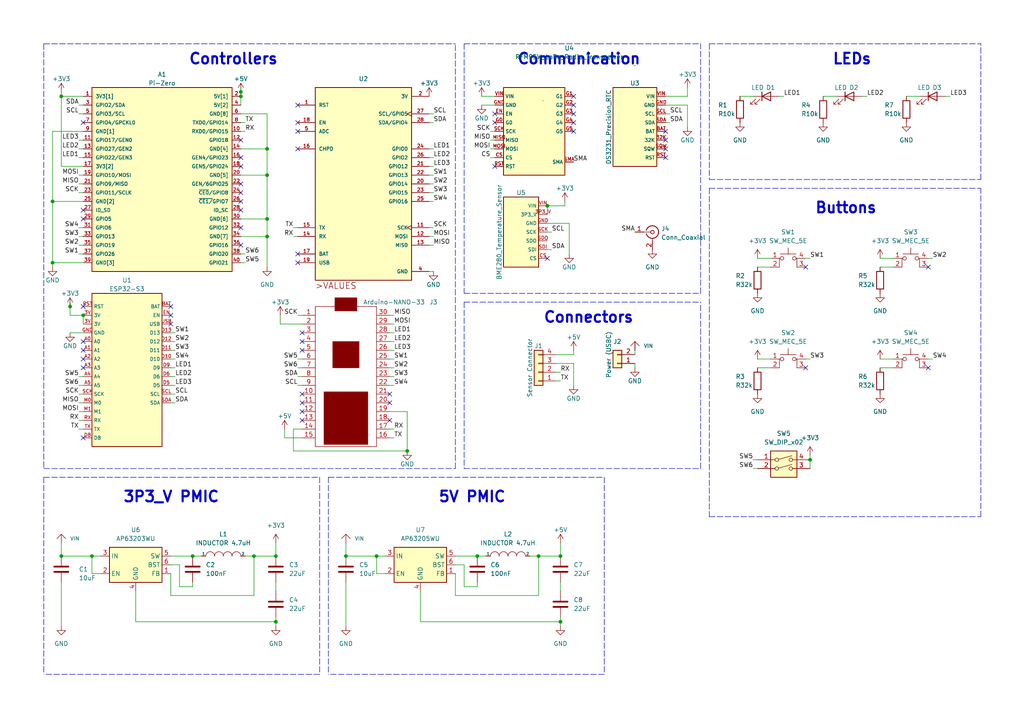
<source format=kicad_sch>
(kicad_sch (version 20211123) (generator eeschema)
  (paper "A4")
  (lib_symbols
    (symbol "Adafruit Feather ESP8266:2821" (pin_names (offset 1.016))
      (property "Reference" "U" (at -15.24 27.9654 0))
      (symbol "2821_0_0"
        (text ">VALUES" (at -15.2654 -30.5562 0) (effects (font (size 1.778 1.778)) (justify left bottom)))
        (pin input line (at -20.32 22.86 0) (length 5.08) (name "RST") (number "1"))
        (pin bidirectional clock (at 17.78 -12.7 180) (length 5.08) (name "SCK") (number "11"))
        (pin output line (at 17.78 -15.24 180) (length 5.08) (name "MOSI") (number "12"))
        (pin input line (at 17.78 -17.78 180) (length 5.08) (name "MIS0") (number "13"))
        (pin input line (at -20.32 -15.24 0) (length 5.08) (name "RX") (number "14"))
        (pin output line (at -20.32 -12.7 0) (length 5.08) (name "TX") (number "15"))
        (pin bidirectional line (at -20.32 10.16 0) (length 5.08) (name "CHPD") (number "16"))
        (pin bidirectional line (at -20.32 -20.32 0) (length 5.08) (name "BAT") (number "17"))
        (pin input line (at -20.32 17.78 0) (length 5.08) (name "EN") (number "18"))
        (pin bidirectional line (at -20.32 -22.86 0) (length 5.08) (name "USB") (number "19"))
        (pin power_in line (at 17.78 25.4 180) (length 5.08) (name "3V") (number "2"))
        (pin bidirectional line (at 17.78 0 180) (length 5.08) (name "GPIO14") (number "20"))
        (pin bidirectional line (at 17.78 5.08 180) (length 5.08) (name "GPIO12") (number "21"))
        (pin bidirectional line (at 17.78 2.54 180) (length 5.08) (name "GPIO13") (number "22"))
        (pin bidirectional line (at 17.78 -2.54 180) (length 5.08) (name "GPIO15") (number "23"))
        (pin bidirectional line (at 17.78 10.16 180) (length 5.08) (name "GPIO0") (number "24"))
        (pin bidirectional line (at 17.78 -5.08 180) (length 5.08) (name "GPIO16") (number "25"))
        (pin bidirectional line (at 17.78 7.62 180) (length 5.08) (name "GPIO2") (number "26"))
        (pin bidirectional clock (at 17.78 20.32 180) (length 5.08) (name "SCL/GPIO5") (number "27"))
        (pin bidirectional line (at 17.78 17.78 180) (length 5.08) (name "SDA/GPIO4") (number "28"))
        (pin power_in line (at 17.78 -25.4 180) (length 5.08) (name "GND") (number "4"))
        (pin bidirectional line (at -20.32 15.24 0) (length 5.08) (name "ADC") (number "5"))
      )
    )
    (symbol "Adafruit_ESP32:ESP32-S3"
      (property "Reference" "U" (at 10.16 1.27 0))
      (property "Value" "ESP32-S3" (at 10.16 5.08 0))
      (symbol "ESP32-S3_1_1"
        (pin input line (at -2.54 -6.35 0) (length 2.54) (name "3V") (number "3V"))
        (pin input line (at -2.54 -3.81 0) (length 2.54) (name "3V") (number "3V"))
        (pin input line (at -2.54 -11.43 0) (length 2.54) (name "A0") (number "A0"))
        (pin input line (at -2.54 -13.97 0) (length 2.54) (name "A1") (number "A1"))
        (pin input line (at -2.54 -16.51 0) (length 2.54) (name "A2") (number "A2"))
        (pin input line (at -2.54 -19.05 0) (length 2.54) (name "A3") (number "A3"))
        (pin input line (at -2.54 -21.59 0) (length 2.54) (name "A4") (number "A4"))
        (pin input line (at -2.54 -24.13 0) (length 2.54) (name "A5") (number "A5"))
        (pin input line (at 22.86 -1.27 180) (length 2.54) (name "BAT") (number "BAT"))
        (pin input line (at 22.86 -16.51 180) (length 2.54) (name "D10") (number "D10"))
        (pin input line (at 22.86 -13.97 180) (length 2.54) (name "D11") (number "D11"))
        (pin input line (at 22.86 -11.43 180) (length 2.54) (name "D12") (number "D12"))
        (pin input line (at 22.86 -8.89 180) (length 2.54) (name "D13") (number "D13"))
        (pin input line (at 22.86 -24.13 180) (length 2.54) (name "D5") (number "D5"))
        (pin input line (at 22.86 -21.59 180) (length 2.54) (name "D6") (number "D6"))
        (pin input line (at 22.86 -19.05 180) (length 2.54) (name "D9") (number "D9"))
        (pin input line (at -2.54 -39.37 0) (length 2.54) (name "DB") (number "DB"))
        (pin input line (at 22.86 -3.81 180) (length 2.54) (name "EN") (number "EN"))
        (pin input line (at -2.54 -8.89 0) (length 2.54) (name "GND") (number "GND"))
        (pin input line (at -2.54 -29.21 0) (length 2.54) (name "M0") (number "M0"))
        (pin input line (at -2.54 -31.75 0) (length 2.54) (name "M1") (number "M1"))
        (pin input line (at -2.54 -1.27 0) (length 2.54) (name "RST") (number "RST"))
        (pin input line (at -2.54 -34.29 0) (length 2.54) (name "RX") (number "RX"))
        (pin input line (at -2.54 -26.67 0) (length 2.54) (name "SCK") (number "SCK"))
        (pin input line (at 22.86 -26.67 180) (length 2.54) (name "SCL") (number "SCL"))
        (pin input line (at 22.86 -29.21 180) (length 2.54) (name "SDA") (number "SDA"))
        (pin input line (at -2.54 -36.83 0) (length 2.54) (name "TX") (number "TX"))
        (pin input line (at 22.86 -6.35 180) (length 2.54) (name "USB") (number "USB"))
      )
    )
    (symbol "Adafruit_Files:BME280_Temperature_Sensor"
      (property "Reference" "U" (at 0 2.54 0))
      (property "Value" "BME280_Temperature_Sensor" (at 0 5.08 0))
      (symbol "BME280_Temperature_Sensor_1_1"
        (pin input line (at 12.7 -5.08 180) (length 2.54) (name "3P3_V") (number "3P3_V"))
        (pin input line (at 12.7 -17.78 180) (length 2.54) (name "CS") (number "CS"))
        (pin input line (at 12.7 -7.62 180) (length 2.54) (name "GND") (number "GND"))
        (pin input line (at 12.7 -10.16 180) (length 2.54) (name "SCK") (number "SCK"))
        (pin input line (at 12.7 -15.24 180) (length 2.54) (name "SDI") (number "SDI"))
        (pin input line (at 12.7 -12.7 180) (length 2.54) (name "SDO") (number "SDO"))
        (pin input line (at 12.7 -2.54 180) (length 2.54) (name "VIN") (number "VIN"))
      )
    )
    (symbol "Adafruit_Files:DS3231_Precision_RTC"
      (property "Reference" "U" (at 0 1.27 0))
      (property "Value" "DS3231_Precision_RTC" (at 0 3.81 0))
      (symbol "DS3231_Precision_RTC_1_1"
        (pin input line (at 15.24 -15.24 180) (length 2.54) (name "32K") (number "32K"))
        (pin input line (at 15.24 -12.7 180) (length 2.54) (name "BAT") (number "BAT"))
        (pin input line (at 15.24 -5.08 180) (length 2.54) (name "GND") (number "GND"))
        (pin input line (at 15.24 -20.32 180) (length 2.54) (name "RST") (number "RST"))
        (pin input line (at 15.24 -7.62 180) (length 2.54) (name "SCL") (number "SCL"))
        (pin input line (at 15.24 -10.16 180) (length 2.54) (name "SDA") (number "SDA"))
        (pin input line (at 15.24 -17.78 180) (length 2.54) (name "SQW") (number "SQW"))
        (pin input line (at 15.24 -2.54 180) (length 2.54) (name "VIN") (number "VIN"))
      )
    )
    (symbol "Adafruit_Files:RFM95W_LoRa_Radio_Transceiver"
      (property "Reference" "U" (at 0 5.08 0))
      (property "Value" "RFM95W_LoRa_Radio_Transceiver" (at 0 2.54 0))
      (symbol "RFM95W_LoRa_Radio_Transceiver_1_1"
        (pin input line (at -2.54 -20.32 0) (length 2.54) (name "CS") (number "CS"))
        (pin input line (at -2.54 -7.62 0) (length 2.54) (name "EN") (number "EN"))
        (pin input line (at -2.54 -10.16 0) (length 2.54) (name "G0") (number "G0"))
        (pin input line (at 20.32 -2.54 180) (length 2.54) (name "G1") (number "G1"))
        (pin input line (at 20.32 -5.08 180) (length 2.54) (name "G2") (number "G2"))
        (pin input line (at 20.32 -7.62 180) (length 2.54) (name "G3") (number "G3"))
        (pin input line (at 20.32 -10.16 180) (length 2.54) (name "G4") (number "G4"))
        (pin input line (at 20.32 -12.7 180) (length 2.54) (name "G5") (number "G5"))
        (pin input line (at -2.54 -5.08 0) (length 2.54) (name "GND") (number "GND"))
        (pin input line (at -2.54 -15.24 0) (length 2.54) (name "MISO") (number "MISO"))
        (pin input line (at -2.54 -17.78 0) (length 2.54) (name "MOSI") (number "MOSI"))
        (pin input line (at -2.54 -22.86 0) (length 2.54) (name "RST") (number "RST"))
        (pin input line (at -2.54 -12.7 0) (length 2.54) (name "SCK") (number "SCK"))
        (pin input line (at 20.32 -21.59 180) (length 2.54) (name "SMA") (number "SMA"))
        (pin input line (at -2.54 -2.54 0) (length 2.54) (name "VIN") (number "VIN"))
      )
    )
    (symbol "Adafruit_HUZZAH_ESP8266_Basic_Breakout-eagle-import:VIN" (power) (pin_names (offset 1.016))
      (property "Value" "VIN" (at -1.524 1.016 0))
      (symbol "VIN_1_0"
        (pin power_in line (at 0 -2.54 90) (length 2.54) (name "VIN") (number "1"))
      )
    )
    (symbol "Arduino-nano-33:Arduino-NANO-33" (pin_names (offset 1.016) hide)
      (property "Reference" "J" (at 0 24.765 0))
      (property "Value" "Arduino-NANO-33" (at 1.27 -22.86 0))
      (symbol "Arduino-NANO-33_1_1"
        (pin passive line (at -12.7 17.78 0) (length 3.81) (name "1") (number "1"))
        (pin passive line (at -12.7 -5.08 0) (length 3.81) (name "10") (number "10"))
        (pin passive line (at -12.7 -7.62 0) (length 3.81) (name "11") (number "11"))
        (pin passive line (at -12.7 -10.16 0) (length 3.81) (name "12") (number "12"))
        (pin passive line (at -12.7 -12.7 0) (length 3.81) (name "13") (number "13"))
        (pin passive line (at -12.7 -15.24 0) (length 3.81) (name "14") (number "14"))
        (pin passive line (at -12.7 -17.78 0) (length 3.81) (name "15") (number "15"))
        (pin passive line (at 12.7 -17.78 180) (length 3.81) (name "16") (number "16"))
        (pin passive line (at 12.7 -15.24 180) (length 3.81) (name "17") (number "17"))
        (pin passive line (at 12.7 -12.7 180) (length 3.81) (name "18") (number "18"))
        (pin passive line (at 12.7 -10.16 180) (length 3.81) (name "19") (number "19"))
        (pin passive line (at -12.7 15.24 0) (length 3.81) (name "2") (number "2"))
        (pin passive line (at 12.7 -7.62 180) (length 3.81) (name "20") (number "20"))
        (pin passive line (at 12.7 -5.08 180) (length 3.81) (name "21") (number "21"))
        (pin passive line (at 12.7 -2.54 180) (length 3.81) (name "22") (number "22"))
        (pin passive line (at 12.7 0 180) (length 3.81) (name "23") (number "23"))
        (pin passive line (at 12.7 2.54 180) (length 3.81) (name "24") (number "24"))
        (pin passive line (at 12.7 5.08 180) (length 3.81) (name "25") (number "25"))
        (pin passive line (at 12.7 7.62 180) (length 3.81) (name "26") (number "26"))
        (pin passive line (at 12.7 10.16 180) (length 3.81) (name "27") (number "27"))
        (pin passive line (at 12.7 12.7 180) (length 3.81) (name "28") (number "28"))
        (pin passive line (at 12.7 15.24 180) (length 3.81) (name "29") (number "29"))
        (pin passive line (at -12.7 12.7 0) (length 3.81) (name "3") (number "3"))
        (pin passive line (at 12.7 17.78 180) (length 3.81) (name "30") (number "30"))
        (pin passive line (at -12.7 10.16 0) (length 3.81) (name "4") (number "4"))
        (pin passive line (at -12.7 7.62 0) (length 3.81) (name "5") (number "5"))
        (pin passive line (at -12.7 5.08 0) (length 3.81) (name "6") (number "6"))
        (pin passive line (at -12.7 2.54 0) (length 3.81) (name "7") (number "7"))
        (pin passive line (at -12.7 0 0) (length 3.81) (name "8") (number "8"))
        (pin passive line (at -12.7 -2.54 0) (length 3.81) (name "9") (number "9"))
      )
    )
    (symbol "Connector:Conn_Coaxial" (pin_names (offset 1.016) hide)
      (property "Reference" "J" (at 0.254 3.048 0))
      (property "Value" "Conn_Coaxial" (at 2.921 0 90))
      (symbol "Conn_Coaxial_1_1"
        (pin passive line (at -5.08 0 0) (length 2.54) (name "In") (number "1"))
        (pin passive line (at 0 -5.08 90) (length 2.54) (name "Ext") (number "2"))
      )
    )
    (symbol "Connector_Generic:Conn_01x02" (pin_names (offset 1.016) hide)
      (property "Reference" "J" (at 0 2.54 0))
      (property "Value" "Conn_01x02" (at 0 -5.08 0))
      (symbol "Conn_01x02_1_1"
        (pin passive line (at -5.08 0 0) (length 3.81) (name "Pin_1") (number "1"))
        (pin passive line (at -5.08 -2.54 0) (length 3.81) (name "Pin_2") (number "2"))
      )
    )
    (symbol "Connector_Generic:Conn_01x04" (pin_names (offset 1.016) hide)
      (property "Reference" "J" (at 0 5.08 0))
      (property "Value" "Conn_01x04" (at 0 -7.62 0))
      (symbol "Conn_01x04_1_1"
        (pin passive line (at -5.08 2.54 0) (length 3.81) (name "Pin_1") (number "1"))
        (pin passive line (at -5.08 0 0) (length 3.81) (name "Pin_2") (number "2"))
        (pin passive line (at -5.08 -2.54 0) (length 3.81) (name "Pin_3") (number "3"))
        (pin passive line (at -5.08 -5.08 0) (length 3.81) (name "Pin_4") (number "4"))
      )
    )
    (symbol "Device:C" (pin_numbers hide) (pin_names (offset 0.254))
      (property "Reference" "C" (at 0.635 2.54 0))
      (property "Value" "C" (at 0.635 -2.54 0))
      (symbol "C_1_1"
        (pin passive line (at 0 3.81 270) (length 2.794) (name "~") (number "1"))
        (pin passive line (at 0 -3.81 90) (length 2.794) (name "~") (number "2"))
      )
    )
    (symbol "Device:LED" (pin_numbers hide) (pin_names (offset 1.016) hide)
      (property "Reference" "D" (at 0 2.54 0))
      (property "Value" "LED" (at 0 -2.54 0))
      (symbol "LED_1_1"
        (pin passive line (at -3.81 0 0) (length 2.54) (name "K") (number "1"))
        (pin passive line (at 3.81 0 180) (length 2.54) (name "A") (number "2"))
      )
    )
    (symbol "Device:R" (pin_numbers hide) (pin_names (offset 0))
      (property "Reference" "R" (at 2.032 0 90))
      (property "Value" "R" (at 0 0 90))
      (symbol "R_1_1"
        (pin passive line (at 0 3.81 270) (length 1.27) (name "~") (number "1"))
        (pin passive line (at 0 -3.81 90) (length 1.27) (name "~") (number "2"))
      )
    )
    (symbol "Regulator_Switching:AP63203WU"
      (property "Reference" "U" (at -7.62 6.35 0))
      (property "Value" "AP63203WU" (at 2.54 6.35 0))
      (symbol "AP63203WU_1_1"
        (pin input line (at 10.16 -2.54 180) (length 2.54) (name "FB") (number "1"))
        (pin input line (at -10.16 -2.54 0) (length 2.54) (name "EN") (number "2"))
        (pin power_in line (at -10.16 2.54 0) (length 2.54) (name "IN") (number "3"))
        (pin power_in line (at 0 -7.62 90) (length 2.54) (name "GND") (number "4"))
        (pin output line (at 10.16 2.54 180) (length 2.54) (name "SW") (number "5"))
        (pin passive line (at 10.16 0 180) (length 2.54) (name "BST") (number "6"))
      )
    )
    (symbol "Regulator_Switching:AP63205WU"
      (property "Reference" "U" (at -7.62 6.35 0))
      (property "Value" "AP63205WU" (at 2.54 6.35 0))
      (symbol "AP63205WU_1_1"
        (pin input line (at 10.16 -2.54 180) (length 2.54) (name "FB") (number "1"))
        (pin input line (at -10.16 -2.54 0) (length 2.54) (name "EN") (number "2"))
        (pin power_in line (at -10.16 2.54 0) (length 2.54) (name "IN") (number "3"))
        (pin power_in line (at 0 -7.62 90) (length 2.54) (name "GND") (number "4"))
        (pin output line (at 10.16 2.54 180) (length 2.54) (name "SW") (number "5"))
        (pin passive line (at 10.16 0 180) (length 2.54) (name "BST") (number "6"))
      )
    )
    (symbol "Switch:SW_DIP_x02" (pin_names (offset 0) hide)
      (property "Reference" "SW" (at 0 6.35 0))
      (property "Value" "SW_DIP_x02" (at 0 -3.81 0))
      (symbol "SW_DIP_x02_1_1"
        (pin passive line (at -7.62 2.54 0) (length 5.08) (name "~") (number "1"))
        (pin passive line (at -7.62 0 0) (length 5.08) (name "~") (number "2"))
        (pin passive line (at 7.62 0 180) (length 5.08) (name "~") (number "3"))
        (pin passive line (at 7.62 2.54 180) (length 5.08) (name "~") (number "4"))
      )
    )
    (symbol "Switch:SW_MEC_5E" (pin_names (offset 1.016) hide)
      (property "Reference" "SW" (at 0.635 5.715 0))
      (property "Value" "SW_MEC_5E" (at 0 -3.175 0))
      (symbol "SW_MEC_5E_0_1"
        (pin passive line (at -5.08 2.54 0) (length 2.54) (name "1") (number "1"))
        (pin passive line (at -5.08 0 0) (length 2.54) (name "2") (number "2"))
        (pin passive line (at 5.08 0 180) (length 2.54) (name "K") (number "3"))
        (pin passive line (at 5.08 2.54 180) (length 2.54) (name "A") (number "4"))
      )
    )
    (symbol "pi_zero:ADA3708" (pin_names (offset 1.016))
      (property "Reference" "A" (at -20.3454 26.6954 0))
      (property "Value" "ADA3708" (at -20.3454 -30.5054 0))
      (symbol "ADA3708_0_0"
        (pin power_in line (at -22.86 22.86 0) (length 2.54) (name "3V3[1]") (number "1"))
        (pin bidirectional line (at 22.86 12.7 180) (length 2.54) (name "RXD0/GPIO15") (number "10"))
        (pin bidirectional line (at -22.86 10.16 0) (length 2.54) (name "GPIO17/GEN0") (number "11"))
        (pin bidirectional line (at 22.86 10.16 180) (length 2.54) (name "GPIO18") (number "12"))
        (pin bidirectional line (at -22.86 7.62 0) (length 2.54) (name "GPIO27/GEN2") (number "13"))
        (pin power_in line (at 22.86 7.62 180) (length 2.54) (name "GND[4]") (number "14"))
        (pin bidirectional line (at -22.86 5.08 0) (length 2.54) (name "GPIO22/GEN3") (number "15"))
        (pin bidirectional line (at 22.86 5.08 180) (length 2.54) (name "GEN4/GPIO23") (number "16"))
        (pin power_in line (at -22.86 2.54 0) (length 2.54) (name "3V3[2]") (number "17"))
        (pin bidirectional line (at 22.86 2.54 180) (length 2.54) (name "GEN5/GPIO24") (number "18"))
        (pin bidirectional line (at -22.86 0 0) (length 2.54) (name "GPIO10/MOSI") (number "19"))
        (pin power_in line (at 22.86 22.86 180) (length 2.54) (name "5V[1]") (number "2"))
        (pin power_in line (at 22.86 0 180) (length 2.54) (name "GND[5]") (number "20"))
        (pin bidirectional line (at -22.86 -2.54 0) (length 2.54) (name "GPIO9/MISO") (number "21"))
        (pin bidirectional line (at 22.86 -2.54 180) (length 2.54) (name "GEN/6GPIO25") (number "22"))
        (pin bidirectional line (at -22.86 -5.08 0) (length 2.54) (name "GPIO11/SCLK") (number "23"))
        (pin bidirectional line (at 22.86 -5.08 180) (length 2.54) (name "~{CE0}/GPIO8") (number "24"))
        (pin power_in line (at -22.86 -7.62 0) (length 2.54) (name "GND[2]") (number "25"))
        (pin bidirectional line (at 22.86 -7.62 180) (length 2.54) (name "~{CE1/}GPIO7") (number "26"))
        (pin bidirectional line (at -22.86 -10.16 0) (length 2.54) (name "ID_SD") (number "27"))
        (pin bidirectional line (at 22.86 -10.16 180) (length 2.54) (name "ID_SC") (number "28"))
        (pin bidirectional line (at -22.86 -12.7 0) (length 2.54) (name "GPIO5") (number "29"))
        (pin bidirectional line (at -22.86 20.32 0) (length 2.54) (name "GPIO2/SDA") (number "3"))
        (pin power_in line (at 22.86 -12.7 180) (length 2.54) (name "GND[6]") (number "30"))
        (pin bidirectional line (at -22.86 -15.24 0) (length 2.54) (name "GPIO6") (number "31"))
        (pin bidirectional line (at 22.86 -15.24 180) (length 2.54) (name "GPIO12") (number "32"))
        (pin bidirectional line (at -22.86 -17.78 0) (length 2.54) (name "GPIO13") (number "33"))
        (pin power_in line (at 22.86 -17.78 180) (length 2.54) (name "GND[7]") (number "34"))
        (pin bidirectional line (at -22.86 -20.32 0) (length 2.54) (name "GPIO19") (number "35"))
        (pin bidirectional line (at 22.86 -20.32 180) (length 2.54) (name "GPIO16") (number "36"))
        (pin bidirectional line (at -22.86 -22.86 0) (length 2.54) (name "GPIO26") (number "37"))
        (pin bidirectional line (at 22.86 -22.86 180) (length 2.54) (name "GPIO20") (number "38"))
        (pin power_in line (at -22.86 -25.4 0) (length 2.54) (name "GND[3]") (number "39"))
        (pin power_in line (at 22.86 20.32 180) (length 2.54) (name "5V[2]") (number "4"))
        (pin bidirectional line (at 22.86 -25.4 180) (length 2.54) (name "GPIO21") (number "40"))
        (pin bidirectional line (at -22.86 17.78 0) (length 2.54) (name "GPIO3/SCL") (number "5"))
        (pin power_in line (at 22.86 17.78 180) (length 2.54) (name "GND[8]") (number "6"))
        (pin bidirectional line (at -22.86 15.24 0) (length 2.54) (name "GPIO4/GPCKL0") (number "7"))
        (pin bidirectional line (at 22.86 15.24 180) (length 2.54) (name "TXD0/GPIO14") (number "8"))
        (pin power_in line (at -22.86 12.7 0) (length 2.54) (name "GND[1]") (number "9"))
      )
    )
    (symbol "power:+3.3V" (power) (pin_names (offset 0))
      (property "Value" "+3.3V" (at 0 3.556 0))
      (symbol "+3.3V_1_1"
        (pin power_in line (at 0 0 90) (length 0) hide (name "+3V3") (number "1"))
      )
    )
    (symbol "power:+5V" (power) (pin_names (offset 0))
      (property "Value" "+5V" (at 0 3.556 0))
      (symbol "+5V_1_1"
        (pin power_in line (at 0 0 90) (length 0) hide (name "+5V") (number "1"))
      )
    )
    (symbol "power:GND" (power) (pin_names (offset 0))
      (property "Value" "GND" (at 0 -3.81 0))
      (symbol "GND_1_1"
        (pin power_in line (at 0 0 270) (length 0) hide (name "GND") (number "1"))
      )
    )
    (symbol "pspice:INDUCTOR" (pin_numbers hide) (pin_names (offset 0))
      (property "Reference" "L" (at 0 2.54 0))
      (property "Value" "INDUCTOR" (at 0 -1.27 0))
      (symbol "INDUCTOR_1_1"
        (pin input line (at -6.35 0 0) (length 1.27) (name "1") (number "1"))
        (pin input line (at 6.35 0 180) (length 1.27) (name "2") (number "2"))
      )
    )
  )
  (junction (at 118.11 130.81))
  (junction (at 109.22 161.29))
  (junction (at 69.85 26.67))
  (junction (at 17.78 27.94))
  (junction (at 162.56 180.34))
  (junction (at 24.13 91.44))
  (junction (at 234.95 133.35))
  (junction (at 17.78 161.29))
  (junction (at 138.43 161.29))
  (junction (at 80.01 180.34))
  (junction (at 69.85 27.94))
  (junction (at 77.47 63.5))
  (junction (at 55.88 161.29))
  (junction (at 77.47 68.58))
  (junction (at 73.66 161.29))
  (junction (at 156.21 161.29))
  (junction (at 80.01 161.29))
  (junction (at 15.24 58.42))
  (junction (at 20.32 88.9))
  (junction (at 158.75 59.69))
  (junction (at 26.67 161.29))
  (junction (at 15.24 76.2))
  (junction (at 77.47 43.18))
  (junction (at 77.47 50.8))
  (junction (at 162.56 161.29))
  (junction (at 100.33 161.29))
  (no_connect (at 233.68 106.68))
  (no_connect (at 233.68 77.47))
  (no_connect (at 87.63 114.3))
  (no_connect (at 87.63 99.06))
  (no_connect (at 87.63 96.52))
  (no_connect (at 87.63 116.84))
  (no_connect (at 87.63 119.38))
  (no_connect (at 113.03 116.84))
  (no_connect (at 113.03 114.3))
  (no_connect (at 87.63 121.92))
  (no_connect (at 113.03 121.92))
  (no_connect (at 269.24 106.68))
  (no_connect (at 193.04 43.18))
  (no_connect (at 193.04 45.72))
  (no_connect (at 193.04 40.64))
  (no_connect (at 193.04 38.1))
  (no_connect (at 158.75 74.93))
  (no_connect (at 269.24 77.47))
  (no_connect (at 24.13 104.14))
  (no_connect (at 24.13 106.68))
  (no_connect (at 24.13 127))
  (no_connect (at 49.53 91.44))
  (no_connect (at 49.53 93.98))
  (no_connect (at 49.53 88.9))
  (no_connect (at 166.37 30.48))
  (no_connect (at 166.37 27.94))
  (no_connect (at 166.37 35.56))
  (no_connect (at 166.37 38.1))
  (no_connect (at 166.37 33.02))
  (no_connect (at 24.13 35.56))
  (no_connect (at 69.85 40.64))
  (no_connect (at 69.85 45.72))
  (no_connect (at 69.85 48.26))
  (no_connect (at 86.36 30.48))
  (no_connect (at 86.36 35.56))
  (no_connect (at 86.36 38.1))
  (no_connect (at 86.36 43.18))
  (no_connect (at 86.36 76.2))
  (no_connect (at 86.36 73.66))
  (no_connect (at 69.85 71.12))
  (no_connect (at 69.85 66.04))
  (no_connect (at 24.13 63.5))
  (no_connect (at 24.13 60.96))
  (no_connect (at 69.85 55.88))
  (no_connect (at 69.85 58.42))
  (no_connect (at 69.85 60.96))
  (no_connect (at 69.85 53.34))
  (no_connect (at 24.13 99.06))
  (no_connect (at 24.13 101.6))
  (no_connect (at 24.13 88.9))
  (no_connect (at 87.63 101.6))
  (no_connect (at 143.51 35.56))
  (no_connect (at 143.51 33.02))
  (no_connect (at 143.51 48.26))
  (polyline (pts (xy 203.2 85.09) (xy 203.2 12.7)))
  (wire (pts (xy 142.24 43.18) (xy 143.51 43.18)))
  (wire (pts (xy 162.56 180.34) (xy 121.92 180.34)))
  (wire (pts (xy 114.3 127) (xy 113.03 127)))
  (wire (pts (xy 125.73 33.02) (xy 124.46 33.02)))
  (polyline (pts (xy 134.62 135.89) (xy 203.2 135.89)))
  (wire (pts (xy 125.73 53.34) (xy 124.46 53.34)))
  (wire (pts (xy 270.51 104.14) (xy 269.24 104.14)))
  (wire (pts (xy 50.8 99.06) (xy 49.53 99.06)))
  (wire (pts (xy 156.21 172.72) (xy 156.21 161.29)))
  (polyline (pts (xy 92.71 138.43) (xy 92.71 195.58)))
  (wire (pts (xy 234.95 133.35) (xy 234.95 135.89)))
  (wire (pts (xy 71.12 38.1) (xy 69.85 38.1)))
  (wire (pts (xy 22.86 45.72) (xy 24.13 45.72)))
  (wire (pts (xy 138.43 170.18) (xy 138.43 168.91)))
  (wire (pts (xy 71.12 73.66) (xy 69.85 73.66)))
  (wire (pts (xy 87.63 127) (xy 82.55 127)))
  (wire (pts (xy 26.67 166.37) (xy 26.67 161.29)))
  (wire (pts (xy 125.73 71.12) (xy 124.46 71.12)))
  (polyline (pts (xy 134.62 12.7) (xy 134.62 85.09)))
  (wire (pts (xy 22.86 71.12) (xy 24.13 71.12)))
  (wire (pts (xy 22.86 116.84) (xy 24.13 116.84)))
  (wire (pts (xy 50.8 116.84) (xy 49.53 116.84)))
  (wire (pts (xy 22.86 109.22) (xy 24.13 109.22)))
  (wire (pts (xy 121.92 180.34) (xy 121.92 171.45)))
  (wire (pts (xy 255.27 74.93) (xy 259.08 74.93)))
  (wire (pts (xy 87.63 93.98) (xy 81.28 93.98)))
  (wire (pts (xy 58.42 161.29) (xy 55.88 161.29)))
  (wire (pts (xy 77.47 68.58) (xy 77.47 63.5)))
  (wire (pts (xy 69.85 50.8) (xy 77.47 50.8)))
  (wire (pts (xy 15.24 58.42) (xy 15.24 76.2)))
  (wire (pts (xy 163.83 59.69) (xy 163.83 58.42)))
  (wire (pts (xy 125.73 45.72) (xy 124.46 45.72)))
  (wire (pts (xy 166.37 105.41) (xy 166.37 111.76)))
  (wire (pts (xy 100.33 181.61) (xy 100.33 168.91)))
  (polyline (pts (xy 134.62 12.7) (xy 203.2 12.7)))
  (wire (pts (xy 22.86 111.76) (xy 24.13 111.76)))
  (polyline (pts (xy 134.62 87.63) (xy 134.62 135.89)))
  (wire (pts (xy 193.04 27.94) (xy 199.39 27.94)))
  (wire (pts (xy 114.3 109.22) (xy 113.03 109.22)))
  (polyline (pts (xy 205.74 12.7) (xy 205.74 52.07)))
  (wire (pts (xy 158.75 59.69) (xy 158.75 62.23)))
  (wire (pts (xy 80.01 181.61) (xy 80.01 180.34)))
  (wire (pts (xy 162.56 107.95) (xy 161.29 107.95)))
  (wire (pts (xy 234.95 104.14) (xy 233.68 104.14)))
  (wire (pts (xy 24.13 48.26) (xy 17.78 48.26)))
  (polyline (pts (xy 175.26 195.58) (xy 95.25 195.58)))
  (wire (pts (xy 219.71 104.14) (xy 223.52 104.14)))
  (polyline (pts (xy 205.74 52.07) (xy 284.48 52.07)))
  (wire (pts (xy 82.55 127) (xy 82.55 124.46)))
  (wire (pts (xy 270.51 74.93) (xy 269.24 74.93)))
  (wire (pts (xy 238.76 27.94) (xy 242.57 27.94)))
  (wire (pts (xy 77.47 77.47) (xy 77.47 68.58)))
  (wire (pts (xy 125.73 78.74) (xy 124.46 78.74)))
  (wire (pts (xy 114.3 111.76) (xy 113.03 111.76)))
  (wire (pts (xy 69.85 27.94) (xy 69.85 30.48)))
  (wire (pts (xy 114.3 91.44) (xy 113.03 91.44)))
  (wire (pts (xy 17.78 157.48) (xy 17.78 161.29)))
  (wire (pts (xy 49.53 163.83) (xy 52.07 163.83)))
  (wire (pts (xy 139.7 30.48) (xy 143.51 30.48)))
  (wire (pts (xy 80.01 179.07) (xy 80.01 180.34)))
  (wire (pts (xy 109.22 166.37) (xy 109.22 161.29)))
  (wire (pts (xy 199.39 27.94) (xy 199.39 25.4)))
  (wire (pts (xy 22.86 73.66) (xy 24.13 73.66)))
  (wire (pts (xy 22.86 121.92) (xy 24.13 121.92)))
  (polyline (pts (xy 12.7 135.89) (xy 132.08 135.89)))
  (wire (pts (xy 255.27 77.47) (xy 259.08 77.47)))
  (wire (pts (xy 24.13 38.1) (xy 15.24 38.1)))
  (wire (pts (xy 39.37 180.34) (xy 39.37 171.45)))
  (wire (pts (xy 80.01 180.34) (xy 39.37 180.34)))
  (wire (pts (xy 22.86 119.38) (xy 24.13 119.38)))
  (wire (pts (xy 73.66 161.29) (xy 80.01 161.29)))
  (wire (pts (xy 77.47 63.5) (xy 77.47 50.8)))
  (wire (pts (xy 50.8 109.22) (xy 49.53 109.22)))
  (wire (pts (xy 77.47 50.8) (xy 77.47 43.18)))
  (wire (pts (xy 125.73 50.8) (xy 124.46 50.8)))
  (wire (pts (xy 17.78 181.61) (xy 17.78 168.91)))
  (wire (pts (xy 142.24 38.1) (xy 143.51 38.1)))
  (wire (pts (xy 69.85 43.18) (xy 77.47 43.18)))
  (wire (pts (xy 160.02 67.31) (xy 158.75 67.31)))
  (wire (pts (xy 17.78 27.94) (xy 17.78 26.67)))
  (polyline (pts (xy 205.74 54.61) (xy 205.74 149.86)))
  (wire (pts (xy 160.02 72.39) (xy 158.75 72.39)))
  (polyline (pts (xy 132.08 135.89) (xy 132.08 12.7)))
  (wire (pts (xy 100.33 161.29) (xy 109.22 161.29)))
  (wire (pts (xy 17.78 161.29) (xy 26.67 161.29)))
  (wire (pts (xy 22.86 66.04) (xy 24.13 66.04)))
  (wire (pts (xy 26.67 161.29) (xy 29.21 161.29)))
  (wire (pts (xy 114.3 96.52) (xy 113.03 96.52)))
  (wire (pts (xy 86.36 109.22) (xy 87.63 109.22)))
  (wire (pts (xy 17.78 27.94) (xy 24.13 27.94)))
  (polyline (pts (xy 134.62 85.09) (xy 203.2 85.09)))
  (wire (pts (xy 162.56 168.91) (xy 162.56 171.45)))
  (wire (pts (xy 69.85 26.67) (xy 69.85 27.94)))
  (wire (pts (xy 49.53 172.72) (xy 73.66 172.72)))
  (wire (pts (xy 22.86 43.18) (xy 24.13 43.18)))
  (wire (pts (xy 85.09 124.46) (xy 85.09 130.81)))
  (wire (pts (xy 219.71 106.68) (xy 223.52 106.68)))
  (wire (pts (xy 22.86 53.34) (xy 24.13 53.34)))
  (wire (pts (xy 77.47 33.02) (xy 69.85 33.02)))
  (wire (pts (xy 161.29 105.41) (xy 166.37 105.41)))
  (wire (pts (xy 85.09 130.81) (xy 118.11 130.81)))
  (wire (pts (xy 50.8 106.68) (xy 49.53 106.68)))
  (wire (pts (xy 20.32 96.52) (xy 24.13 96.52)))
  (polyline (pts (xy 205.74 54.61) (xy 284.48 54.61)))
  (wire (pts (xy 49.53 166.37) (xy 49.53 172.72)))
  (wire (pts (xy 109.22 161.29) (xy 111.76 161.29)))
  (wire (pts (xy 118.11 119.38) (xy 113.03 119.38)))
  (wire (pts (xy 158.75 64.77) (xy 165.1 64.77)))
  (polyline (pts (xy 203.2 135.89) (xy 203.2 87.63)))
  (polyline (pts (xy 284.48 52.07) (xy 284.48 12.7)))
  (wire (pts (xy 156.21 161.29) (xy 162.56 161.29)))
  (wire (pts (xy 194.31 33.02) (xy 193.04 33.02)))
  (wire (pts (xy 125.73 35.56) (xy 124.46 35.56)))
  (wire (pts (xy 24.13 91.44) (xy 20.32 91.44)))
  (wire (pts (xy 114.3 104.14) (xy 113.03 104.14)))
  (wire (pts (xy 125.73 68.58) (xy 124.46 68.58)))
  (wire (pts (xy 255.27 106.68) (xy 259.08 106.68)))
  (wire (pts (xy 85.09 66.04) (xy 86.36 66.04)))
  (wire (pts (xy 22.86 68.58) (xy 24.13 68.58)))
  (polyline (pts (xy 95.25 138.43) (xy 95.25 195.58)))
  (wire (pts (xy 114.3 124.46) (xy 113.03 124.46)))
  (wire (pts (xy 111.76 166.37) (xy 109.22 166.37)))
  (wire (pts (xy 77.47 43.18) (xy 77.47 33.02)))
  (wire (pts (xy 20.32 87.63) (xy 20.32 88.9)))
  (wire (pts (xy 162.56 181.61) (xy 162.56 180.34)))
  (wire (pts (xy 22.86 40.64) (xy 24.13 40.64)))
  (wire (pts (xy 50.8 96.52) (xy 49.53 96.52)))
  (wire (pts (xy 86.36 104.14) (xy 87.63 104.14)))
  (wire (pts (xy 262.89 27.94) (xy 266.7 27.94)))
  (wire (pts (xy 140.97 161.29) (xy 138.43 161.29)))
  (polyline (pts (xy 95.25 138.43) (xy 175.26 138.43)))
  (wire (pts (xy 158.75 59.69) (xy 163.83 59.69)))
  (wire (pts (xy 15.24 77.47) (xy 15.24 76.2)))
  (wire (pts (xy 218.44 135.89) (xy 219.71 135.89)))
  (wire (pts (xy 86.36 91.44) (xy 87.63 91.44)))
  (wire (pts (xy 50.8 101.6) (xy 49.53 101.6)))
  (wire (pts (xy 86.36 106.68) (xy 87.63 106.68)))
  (wire (pts (xy 22.86 33.02) (xy 24.13 33.02)))
  (wire (pts (xy 15.24 76.2) (xy 24.13 76.2)))
  (wire (pts (xy 156.21 161.29) (xy 153.67 161.29)))
  (wire (pts (xy 161.29 102.87) (xy 166.37 102.87)))
  (wire (pts (xy 132.08 161.29) (xy 138.43 161.29)))
  (wire (pts (xy 50.8 114.3) (xy 49.53 114.3)))
  (wire (pts (xy 69.85 25.4) (xy 69.85 26.67)))
  (wire (pts (xy 251.46 27.94) (xy 250.19 27.94)))
  (wire (pts (xy 52.07 163.83) (xy 52.07 170.18)))
  (wire (pts (xy 20.32 88.9) (xy 20.32 91.44)))
  (wire (pts (xy 50.8 104.14) (xy 49.53 104.14)))
  (wire (pts (xy 80.01 157.48) (xy 80.01 161.29)))
  (wire (pts (xy 80.01 168.91) (xy 80.01 171.45)))
  (wire (pts (xy 134.62 163.83) (xy 134.62 170.18)))
  (wire (pts (xy 15.24 38.1) (xy 15.24 58.42)))
  (wire (pts (xy 114.3 93.98) (xy 113.03 93.98)))
  (polyline (pts (xy 175.26 138.43) (xy 175.26 195.58)))
  (polyline (pts (xy 92.71 195.58) (xy 12.7 195.58)))
  (polyline (pts (xy 12.7 12.7) (xy 12.7 135.89)))
  (wire (pts (xy 52.07 170.18) (xy 55.88 170.18)))
  (wire (pts (xy 114.3 101.6) (xy 113.03 101.6)))
  (wire (pts (xy 234.95 132.08) (xy 234.95 133.35)))
  (polyline (pts (xy 12.7 12.7) (xy 132.08 12.7)))
  (wire (pts (xy 132.08 172.72) (xy 156.21 172.72)))
  (wire (pts (xy 184.15 102.87) (xy 184.15 101.6)))
  (wire (pts (xy 22.86 50.8) (xy 24.13 50.8)))
  (polyline (pts (xy 205.74 149.86) (xy 284.48 149.86)))
  (wire (pts (xy 139.7 27.94) (xy 143.51 27.94)))
  (wire (pts (xy 166.37 102.87) (xy 166.37 101.6)))
  (wire (pts (xy 125.73 48.26) (xy 124.46 48.26)))
  (wire (pts (xy 73.66 172.72) (xy 73.66 161.29)))
  (wire (pts (xy 125.73 58.42) (xy 124.46 58.42)))
  (wire (pts (xy 69.85 68.58) (xy 77.47 68.58)))
  (wire (pts (xy 227.33 27.94) (xy 226.06 27.94)))
  (wire (pts (xy 275.59 27.94) (xy 274.32 27.94)))
  (wire (pts (xy 234.95 74.93) (xy 233.68 74.93)))
  (wire (pts (xy 214.63 27.94) (xy 218.44 27.94)))
  (wire (pts (xy 219.71 77.47) (xy 223.52 77.47)))
  (wire (pts (xy 24.13 91.44) (xy 24.13 93.98)))
  (wire (pts (xy 71.12 76.2) (xy 69.85 76.2)))
  (wire (pts (xy 17.78 48.26) (xy 17.78 27.94)))
  (wire (pts (xy 29.21 166.37) (xy 26.67 166.37)))
  (wire (pts (xy 81.28 93.98) (xy 81.28 91.44)))
  (wire (pts (xy 199.39 30.48) (xy 199.39 36.83)))
  (wire (pts (xy 218.44 133.35) (xy 219.71 133.35)))
  (wire (pts (xy 22.86 124.46) (xy 24.13 124.46)))
  (wire (pts (xy 125.73 66.04) (xy 124.46 66.04)))
  (wire (pts (xy 255.27 104.14) (xy 259.08 104.14)))
  (wire (pts (xy 87.63 124.46) (xy 85.09 124.46)))
  (wire (pts (xy 22.86 30.48) (xy 24.13 30.48)))
  (polyline (pts (xy 12.7 138.43) (xy 12.7 195.58)))
  (wire (pts (xy 142.24 40.64) (xy 143.51 40.64)))
  (polyline (pts (xy 134.62 87.63) (xy 203.2 87.63)))
  (wire (pts (xy 162.56 179.07) (xy 162.56 180.34)))
  (wire (pts (xy 114.3 99.06) (xy 113.03 99.06)))
  (wire (pts (xy 125.73 55.88) (xy 124.46 55.88)))
  (polyline (pts (xy 205.74 12.7) (xy 284.48 12.7)))
  (wire (pts (xy 73.66 161.29) (xy 71.12 161.29)))
  (wire (pts (xy 132.08 163.83) (xy 134.62 163.83)))
  (wire (pts (xy 125.73 43.18) (xy 124.46 43.18)))
  (wire (pts (xy 86.36 111.76) (xy 87.63 111.76)))
  (wire (pts (xy 71.12 35.56) (xy 69.85 35.56)))
  (wire (pts (xy 22.86 114.3) (xy 24.13 114.3)))
  (wire (pts (xy 184.15 105.41) (xy 184.15 106.68)))
  (polyline (pts (xy 284.48 149.86) (xy 284.48 54.61)))
  (wire (pts (xy 194.31 35.56) (xy 193.04 35.56)))
  (polyline (pts (xy 12.7 138.43) (xy 92.71 138.43)))
  (wire (pts (xy 162.56 157.48) (xy 162.56 161.29)))
  (wire (pts (xy 55.88 170.18) (xy 55.88 168.91)))
  (wire (pts (xy 162.56 110.49) (xy 161.29 110.49)))
  (wire (pts (xy 142.24 45.72) (xy 143.51 45.72)))
  (wire (pts (xy 22.86 55.88) (xy 24.13 55.88)))
  (wire (pts (xy 134.62 170.18) (xy 138.43 170.18)))
  (wire (pts (xy 193.04 30.48) (xy 199.39 30.48)))
  (wire (pts (xy 15.24 58.42) (xy 24.13 58.42)))
  (wire (pts (xy 69.85 63.5) (xy 77.47 63.5)))
  (wire (pts (xy 49.53 161.29) (xy 55.88 161.29)))
  (wire (pts (xy 114.3 106.68) (xy 113.03 106.68)))
  (wire (pts (xy 118.11 119.38) (xy 118.11 130.81)))
  (wire (pts (xy 132.08 166.37) (xy 132.08 172.72)))
  (wire (pts (xy 50.8 111.76) (xy 49.53 111.76)))
  (wire (pts (xy 85.09 68.58) (xy 86.36 68.58)))
  (wire (pts (xy 219.71 74.93) (xy 223.52 74.93)))
  (wire (pts (xy 165.1 64.77) (xy 165.1 73.66)))
  (wire (pts (xy 100.33 157.48) (xy 100.33 161.29)))
  (text "Communication" (at 149.86 19.05 0) (effects (font (size 3.08 3.08) (thickness 0.616) bold) (justify left bottom)))
  (text "Controllers" (at 54.61 19.05 0) (effects (font (size 3.08 3.08) (thickness 0.616) bold) (justify left bottom)))
  (text "3P3_V PMIC\n" (at 35.56 146.05 0) (effects (font (size 3.08 3.08) (thickness 0.616) bold) (justify left bottom)))
  (text "Connectors\n" (at 157.48 93.98 0) (effects (font (size 3.08 3.08) (thickness 0.616) bold) (justify left bottom)))
  (text "Buttons\n" (at 236.22 62.23 0) (effects (font (size 3.08 3.08) (thickness 0.616) bold) (justify left bottom)))
  (text "LEDs\n" (at 241.3 19.05 0) (effects (font (size 3.08 3.08) (thickness 0.616) bold) (justify left bottom)))
  (text "5V PMIC\n" (at 127 146.05 0) (effects (font (size 3.08 3.08) (thickness 0.616) bold) (justify left bottom)))
  (label "LED2" (at 22.86 43.18 180))
  (label "LED3" (at 22.86 40.64 180))
  (label "MISO" (at 22.86 116.84 180))
  (label "MOSI" (at 22.86 50.8 180))
  (label "SW3" (at 234.95 104.14 0))
  (label "SW1" (at 234.95 74.93 0))
  (label "RX" (at 71.12 38.1 0))
  (label "RX" (at 162.56 107.95 0))
  (label "SW4" (at 114.3 111.76 0))
  (label "SDA" (at 50.8 116.84 0))
  (label "SW4" (at 270.51 104.14 0))
  (label "SCL" (at 125.73 33.02 0))
  (label "SDA" (at 125.73 35.56 0))
  (label "CS" (at 142.24 45.72 180))
  (label "SW2" (at 270.51 74.93 0))
  (label "MISO" (at 125.73 71.12 0))
  (label "SW3" (at 50.8 101.6 0))
  (label "SW6" (at 218.44 135.89 180))
  (label "MOSI" (at 114.3 93.98 0))
  (label "SW1" (at 50.8 96.52 0))
  (label "SDA" (at 160.02 72.39 0))
  (label "LED1" (at 227.33 27.94 0))
  (label "SW6" (at 22.86 111.76 180))
  (label "LED2" (at 50.8 109.22 0))
  (label "SMA" (at 184.15 67.31 180))
  (label "SW1" (at 22.86 73.66 180))
  (label "SCK" (at 86.36 91.44 180))
  (label "SW3" (at 125.73 55.88 0))
  (label "SCL" (at 50.8 114.3 0))
  (label "SW5" (at 22.86 109.22 180))
  (label "SDA" (at 22.86 30.48 180))
  (label "SW2" (at 22.86 71.12 180))
  (label "SCK" (at 22.86 55.88 180))
  (label "TX" (at 71.12 35.56 0))
  (label "LED3" (at 114.3 101.6 0))
  (label "SW4" (at 50.8 104.14 0))
  (label "MOSI" (at 125.73 68.58 0))
  (label "TX" (at 162.56 110.49 0))
  (label "SW1" (at 125.73 50.8 0))
  (label "SCL" (at 22.86 33.02 180))
  (label "SW5" (at 86.36 104.14 180))
  (label "MISO" (at 22.86 53.34 180))
  (label "MOSI" (at 22.86 119.38 180))
  (label "SCK" (at 142.24 38.1 180))
  (label "RX" (at 114.3 124.46 0))
  (label "RX" (at 85.09 68.58 180))
  (label "SW3" (at 22.86 68.58 180))
  (label "SCL" (at 86.36 111.76 180))
  (label "LED3" (at 50.8 111.76 0))
  (label "MISO" (at 114.3 91.44 0))
  (label "LED1" (at 22.86 45.72 180))
  (label "LED1" (at 50.8 106.68 0))
  (label "SW5" (at 71.12 76.2 0))
  (label "SDA" (at 86.36 109.22 180))
  (label "MISO" (at 142.24 40.64 180))
  (label "TX" (at 85.09 66.04 180))
  (label "LED2" (at 125.73 45.72 0))
  (label "SCK" (at 125.73 66.04 0))
  (label "SCK" (at 22.86 114.3 180))
  (label "SW4" (at 22.86 66.04 180))
  (label "RX" (at 22.86 121.92 180))
  (label "LED1" (at 125.73 43.18 0))
  (label "TX" (at 114.3 127 0))
  (label "TX" (at 22.86 124.46 180))
  (label "SW6" (at 86.36 106.68 180))
  (label "SW2" (at 114.3 106.68 0))
  (label "LED3" (at 275.59 27.94 0))
  (label "SW5" (at 218.44 133.35 180))
  (label "SW6" (at 71.12 73.66 0))
  (label "SW4" (at 125.73 58.42 0))
  (label "SW2" (at 50.8 99.06 0))
  (label "SMA" (at 166.37 46.99 0))
  (label "MOSI" (at 142.24 43.18 180))
  (label "SCL" (at 160.02 67.31 0))
  (label "SW2" (at 125.73 53.34 0))
  (label "SW3" (at 114.3 109.22 0))
  (label "SCL" (at 194.31 33.02 0))
  (label "LED2" (at 251.46 27.94 0))
  (label "SW1" (at 114.3 104.14 0))
  (label "LED2" (at 114.3 99.06 0))
  (label "SDA" (at 194.31 35.56 0))
  (label "LED1" (at 114.3 96.52 0))
  (label "LED3" (at 125.73 48.26 0))
  (symbol (lib_id "pspice:INDUCTOR") (at 64.77 161.29 0) (unit 1)
    (property "Reference" "L1" (at 64.77 154.94 0))
    (property "Value" "INDUCTOR 4.7uH" (at 64.77 157.48 0))
    (property "Footprint" "Inductor_SMD:L_1206_3216Metric" (effects hide))
  )
  (symbol (lib_id "power:GND") (at 125.73 78.74 0) (unit 1)
    (property "Reference" "#PWR0119" (effects hide))
    (property "Value" "GND" (at 125.73 82.55 0))
  )
  (symbol (lib_id "power:+3.3V") (at 139.7 27.94 0) (unit 1)
    (property "Reference" "#PWR0121" (effects hide))
    (property "Value" "+3.3V" (at 139.7 24.13 0))
  )
  (symbol (lib_id "Connector:Conn_Coaxial") (at 189.23 67.31 0) (unit 1)
    (property "Reference" "J4" (at 191.77 66.3331 0) (effects (justify left)))
    (property "Value" "Conn_Coaxial" (at 191.77 68.8731 0) (effects (justify left)))
    (property "Footprint" "Connector_Coaxial:SMA_Amphenol_132134-11_Vertical" (effects hide))
    (property "Datasheet" " ~" (effects hide))
  )
  (symbol (lib_id "power:+3.3V") (at 20.32 88.9 0) (unit 1)
    (property "Reference" "#PWR0110" (effects hide))
    (property "Value" "+3.3V" (at 20.32 85.09 0))
  )
  (symbol (lib_id "Device:C") (at 55.88 165.1 0) (unit 1)
    (property "Reference" "C2" (at 59.69 163.8299 0) (effects (justify left)))
    (property "Value" "100nF" (at 59.69 166.3699 0) (effects (justify left)))
    (property "Footprint" "Capacitor_SMD:C_1206_3216Metric" (effects hide))
  )
  (symbol (lib_id "Device:C") (at 80.01 175.26 0) (unit 1)
    (property "Reference" "C4" (at 83.82 173.9899 0) (effects (justify left)))
    (property "Value" "22uF" (at 83.82 176.5299 0) (effects (justify left)))
    (property "Footprint" "Capacitor_SMD:C_1206_3216Metric" (effects hide))
  )
  (symbol (lib_id "power:+3.3V") (at 219.71 74.93 0) (unit 1)
    (property "Reference" "#PWR0134" (effects hide))
    (property "Value" "+3.3V" (at 219.71 69.85 0))
  )
  (symbol (lib_id "power:+3.3V") (at 255.27 104.14 0) (unit 1)
    (property "Reference" "#PWR0131" (effects hide))
    (property "Value" "+3.3V" (at 255.27 99.06 0))
  )
  (symbol (lib_id "Connector_Generic:Conn_01x02") (at 179.07 105.41 180) (unit 1)
    (property "Reference" "J2" (at 179.07 99.06 0))
    (property "Value" "Power (USBC)" (at 176.53 102.87 90))
    (property "Footprint" "Connector_PinHeader_2.54mm:PinHeader_1x02_P2.54mm_Vertical" (effects hide))
  )
  (symbol (lib_id "power:GND") (at 80.01 181.61 0) (unit 1)
    (property "Reference" "#PWR0122" (effects hide))
    (property "Value" "GND" (at 80.01 186.69 0))
  )
  (symbol (lib_id "power:GND") (at 238.76 35.56 0) (unit 1)
    (property "Reference" "#PWR0136" (effects hide))
    (property "Value" "GND" (at 238.76 40.64 0))
  )
  (symbol (lib_id "power:+3.3V") (at 255.27 74.93 0) (unit 1)
    (property "Reference" "#PWR0133" (effects hide))
    (property "Value" "+3.3V" (at 255.27 69.85 0))
  )
  (symbol (lib_id "power:GND") (at 100.33 181.61 0) (unit 1)
    (property "Reference" "#PWR0108" (effects hide))
    (property "Value" "GND" (at 100.33 186.69 0))
  )
  (symbol (lib_id "Switch:SW_MEC_5E") (at 264.16 106.68 0) (unit 1)
    (property "Reference" "SW4" (at 264.16 96.52 0))
    (property "Value" "SW_MEC_5E" (at 264.16 99.06 0))
    (property "Footprint" "Button_Switch_THT:SW_PUSH_6mm" (effects hide))
    (property "Datasheet" "http://www.apem.com/int/index.php?controller=attachment&id_attachment=1371" (effects hide))
  )
  (symbol (lib_id "power:GND") (at 199.39 36.83 0) (unit 1)
    (property "Reference" "#PWR0113" (effects hide))
    (property "Value" "GND" (at 199.39 40.64 0))
  )
  (symbol (lib_id "Regulator_Switching:AP63203WU") (at 39.37 163.83 0) (unit 1)
    (property "Reference" "U6" (at 39.37 153.67 0))
    (property "Value" "AP63203WU" (at 39.37 156.21 0))
    (property "Footprint" "Package_TO_SOT_SMD:TSOT-23-6" (effects hide))
    (property "Datasheet" "https://www.diodes.com/assets/Datasheets/AP63200-AP63201-AP63203-AP63205.pdf" (effects hide))
  )
  (symbol (lib_id "power:+3.3V") (at 17.78 26.67 0) (unit 1)
    (property "Reference" "#PWR0102" (effects hide))
    (property "Value" "+3.3V" (at 17.78 22.86 0))
  )
  (symbol (lib_id "power:+3.3V") (at 80.01 157.48 0) (unit 1)
    (property "Reference" "#PWR0123" (effects hide))
    (property "Value" "+3.3V" (at 80.01 152.4 0))
  )
  (symbol (lib_id "power:GND") (at 20.32 96.52 0) (unit 1)
    (property "Reference" "#PWR0111" (effects hide))
    (property "Value" "GND" (at 20.32 100.33 0))
  )
  (symbol (lib_id "Device:C") (at 17.78 165.1 0) (unit 1)
    (property "Reference" "C1" (at 22.86 165.0999 0) (effects (justify left)))
    (property "Value" "10uF" (at 22.86 167.6399 0) (effects (justify left)))
    (property "Footprint" "Capacitor_SMD:C_1206_3216Metric" (effects hide))
  )
  (symbol (lib_id "Device:C") (at 100.33 165.1 0) (unit 1)
    (property "Reference" "C5" (at 104.14 163.8299 0) (effects (justify left)))
    (property "Value" "10uF" (at 104.14 166.3699 0) (effects (justify left)))
    (property "Footprint" "Capacitor_SMD:C_1206_3216Metric" (effects hide))
  )
  (symbol (lib_id "power:GND") (at 255.27 114.3 0) (unit 1)
    (property "Reference" "#PWR0128" (effects hide))
    (property "Value" "GND" (at 255.27 119.38 0))
  )
  (symbol (lib_id "Adafruit_HUZZAH_ESP8266_Basic_Breakout-eagle-import:VIN") (at 184.15 99.06 0) (unit 1)
    (property "Reference" "#0101" (effects hide))
    (property "Value" "VIN" (at 186.69 100.3299 0) (effects (font (size 1.0668 1.0668)) (justify left)))
  )
  (symbol (lib_id "power:+3.3V") (at 81.28 91.44 0) (unit 1)
    (property "Reference" "#PWR0117" (effects hide))
    (property "Value" "+3.3V" (at 81.28 87.63 0))
  )
  (symbol (lib_id "power:+5V") (at 162.56 157.48 0) (unit 1)
    (property "Reference" "#PWR0126" (effects hide))
    (property "Value" "+5V" (at 162.56 153.67 0))
  )
  (symbol (lib_id "power:GND") (at 77.47 77.47 0) (unit 1)
    (property "Reference" "#PWR0104" (effects hide))
    (property "Value" "GND" (at 77.47 82.55 0))
  )
  (symbol (lib_id "Connector_Generic:Conn_01x04") (at 156.21 107.95 180) (unit 1)
    (property "Reference" "J1" (at 156.21 100.33 0))
    (property "Value" "Sensor Connector" (at 153.67 106.68 90))
    (property "Footprint" "Connector_PinHeader_2.54mm:PinHeader_1x04_P2.54mm_Vertical" (effects hide))
  )
  (symbol (lib_id "power:GND") (at 162.56 181.61 0) (unit 1)
    (property "Reference" "#PWR0125" (effects hide))
    (property "Value" "GND" (at 162.56 186.69 0))
  )
  (symbol (lib_id "pi_zero:ADA3708") (at 46.99 50.8 0) (unit 1)
    (property "Reference" "A1" (at 46.99 21.59 0))
    (property "Value" "Pi-Zero" (at 46.99 24.13 0))
    (property "Footprint" "pi_zero:ADA3708_RPI-ZERO" (effects hide))
    (property "MANUFACTURER" "Raspberry" (effects hide))
    (property "STANDARD" "MAnufactutrer Recommendations" (effects hide))
  )
  (symbol (lib_id "Device:LED") (at 246.38 27.94 0) (unit 1)
    (property "Reference" "D2" (at 247.65 25.4 0))
    (property "Value" "LED" (at 243.84 25.4 0))
    (property "Footprint" "LED_SMD:LED_1206_3216Metric" (effects hide))
  )
  (symbol (lib_id "power:+5V") (at 69.85 26.67 0) (unit 1)
    (property "Reference" "#PWR0103" (effects hide))
    (property "Value" "+5V" (at 69.85 22.86 0))
  )
  (symbol (lib_id "power:+3.3V") (at 199.39 25.4 0) (unit 1)
    (property "Reference" "#PWR0114" (effects hide))
    (property "Value" "+3.3V" (at 199.39 21.59 0))
  )
  (symbol (lib_id "power:+5V") (at 166.37 101.6 0) (unit 1)
    (property "Reference" "#PWR0105" (effects hide))
    (property "Value" "+5V" (at 166.37 97.79 0))
  )
  (symbol (lib_id "Adafruit_ESP32:ESP32-S3") (at 26.67 87.63 0) (unit 1)
    (property "Reference" "U1" (at 36.83 81.28 0))
    (property "Value" "ESP32-S3" (at 36.83 83.82 0))
    (property "Footprint" "Adafruit ESPs:ESP32-S3" (effects hide))
  )
  (symbol (lib_id "Adafruit_HUZZAH_ESP8266_Basic_Breakout-eagle-import:VIN") (at 17.78 154.94 0) (unit 1)
    (property "Reference" "#U0102" (effects hide))
    (property "Value" "VIN" (at 20.32 156.2099 0) (effects (font (size 1.0668 1.0668)) (justify left)))
  )
  (symbol (lib_id "Device:LED") (at 270.51 27.94 0) (unit 1)
    (property "Reference" "D3" (at 271.78 25.4 0))
    (property "Value" "LED" (at 267.97 25.4 0))
    (property "Footprint" "LED_SMD:LED_1206_3216Metric" (effects hide))
  )
  (symbol (lib_id "power:GND") (at 165.1 73.66 0) (unit 1)
    (property "Reference" "#PWR0112" (effects hide))
    (property "Value" "GND" (at 165.1 77.47 0))
  )
  (symbol (lib_id "pspice:INDUCTOR") (at 147.32 161.29 0) (unit 1)
    (property "Reference" "L2" (at 147.32 154.94 0))
    (property "Value" "INDUCTOR 4.7uH" (at 147.32 157.48 0))
    (property "Footprint" "Inductor_SMD:L_1206_3216Metric" (effects hide))
  )
  (symbol (lib_id "Device:LED") (at 222.25 27.94 0) (unit 1)
    (property "Reference" "D1" (at 223.52 25.4 0))
    (property "Value" "LED" (at 219.71 25.4 0))
    (property "Footprint" "LED_SMD:LED_1206_3216Metric" (effects hide))
  )
  (symbol (lib_id "Adafruit_Files:BME280_Temperature_Sensor") (at 146.05 57.15 0) (unit 1)
    (property "Reference" "U5" (at 151.13 55.88 0))
    (property "Value" "BME280_Temperature_Sensor" (at 144.78 67.31 90))
    (property "Footprint" "Adafruit_Sensors:BME280 I2C Temperature Sensor" (effects hide))
  )
  (symbol (lib_id "Device:R") (at 262.89 31.75 0) (unit 1)
    (property "Reference" "R7" (at 256.54 30.48 0) (effects (justify left)))
    (property "Value" "R10k" (at 256.54 33.02 0) (effects (justify left)))
    (property "Footprint" "Resistor_SMD:R_1206_3216Metric" (effects hide))
  )
  (symbol (lib_id "Device:C") (at 162.56 165.1 0) (unit 1)
    (property "Reference" "C7" (at 166.37 163.8299 0) (effects (justify left)))
    (property "Value" "22uF" (at 166.37 166.3699 0) (effects (justify left)))
    (property "Footprint" "Capacitor_SMD:C_1206_3216Metric" (effects hide))
  )
  (symbol (lib_id "power:GND") (at 214.63 35.56 0) (unit 1)
    (property "Reference" "#PWR0137" (effects hide))
    (property "Value" "GND" (at 214.63 40.64 0))
  )
  (symbol (lib_id "power:GND") (at 219.71 114.3 0) (unit 1)
    (property "Reference" "#PWR0127" (effects hide))
    (property "Value" "GND" (at 219.71 119.38 0))
  )
  (symbol (lib_id "power:+3.3V") (at 124.46 27.94 0) (unit 1)
    (property "Reference" "#PWR0118" (effects hide))
    (property "Value" "+3.3V" (at 124.46 24.13 0))
  )
  (symbol (lib_id "Adafruit_HUZZAH_ESP8266_Basic_Breakout-eagle-import:VIN") (at 100.33 154.94 0) (unit 1)
    (property "Reference" "#U0101" (effects hide))
    (property "Value" "VIN" (at 102.87 156.2099 0) (effects (font (size 1.0668 1.0668)) (justify left)))
  )
  (symbol (lib_id "Device:C") (at 80.01 165.1 0) (unit 1)
    (property "Reference" "C3" (at 83.82 163.8299 0) (effects (justify left)))
    (property "Value" "22uF" (at 83.82 166.3699 0) (effects (justify left)))
    (property "Footprint" "Capacitor_SMD:C_1206_3216Metric" (effects hide))
  )
  (symbol (lib_id "Switch:SW_MEC_5E") (at 264.16 77.47 0) (unit 1)
    (property "Reference" "SW3" (at 264.16 67.31 0))
    (property "Value" "SW_MEC_5E" (at 264.16 69.85 0))
    (property "Footprint" "Button_Switch_THT:SW_PUSH_6mm" (effects hide))
    (property "Datasheet" "http://www.apem.com/int/index.php?controller=attachment&id_attachment=1371" (effects hide))
  )
  (symbol (lib_id "Switch:SW_DIP_x02") (at 227.33 135.89 0) (unit 1)
    (property "Reference" "SW5" (at 227.33 125.73 0))
    (property "Value" "SW_DIP_x02" (at 227.33 128.27 0))
    (property "Footprint" "Button_Switch_THT:SW_DIP_SPSTx02_Slide_9.78x7.26mm_W7.62mm_P2.54mm" (effects hide))
  )
  (symbol (lib_id "Device:R") (at 219.71 110.49 0) (unit 1)
    (property "Reference" "R3" (at 213.36 109.22 0) (effects (justify left)))
    (property "Value" "R32k" (at 213.36 111.76 0) (effects (justify left)))
    (property "Footprint" "Resistor_SMD:R_1206_3216Metric" (effects hide))
  )
  (symbol (lib_id "power:GND") (at 139.7 30.48 0) (unit 1)
    (property "Reference" "#PWR0120" (effects hide))
    (property "Value" "GND" (at 139.7 34.29 0))
  )
  (symbol (lib_id "power:GND") (at 189.23 72.39 0) (unit 1)
    (property "Reference" "#PWR0138" (effects hide))
    (property "Value" "GND" (at 189.23 77.47 0))
  )
  (symbol (lib_id "power:+5V") (at 82.55 124.46 0) (unit 1)
    (property "Reference" "#PWR0107" (effects hide))
    (property "Value" "+5V" (at 82.55 120.65 0))
  )
  (symbol (lib_id "Device:R") (at 219.71 81.28 0) (unit 1)
    (property "Reference" "R2" (at 213.36 80.01 0) (effects (justify left)))
    (property "Value" "R32k" (at 213.36 82.55 0) (effects (justify left)))
    (property "Footprint" "Resistor_SMD:R_1206_3216Metric" (effects hide))
  )
  (symbol (lib_id "Device:R") (at 238.76 31.75 0) (unit 1)
    (property "Reference" "R4" (at 232.41 30.48 0) (effects (justify left)))
    (property "Value" "R10k" (at 232.41 33.02 0) (effects (justify left)))
    (property "Footprint" "Resistor_SMD:R_1206_3216Metric" (effects hide))
  )
  (symbol (lib_id "Device:R") (at 214.63 31.75 0) (unit 1)
    (property "Reference" "R1" (at 208.28 30.48 0) (effects (justify left)))
    (property "Value" "R10k" (at 208.28 33.02 0) (effects (justify left)))
    (property "Footprint" "Resistor_SMD:R_1206_3216Metric" (effects hide))
  )
  (symbol (lib_id "Switch:SW_MEC_5E") (at 228.6 77.47 0) (unit 1)
    (property "Reference" "SW1" (at 228.6 67.31 0))
    (property "Value" "SW_MEC_5E" (at 228.6 69.85 0))
    (property "Footprint" "Button_Switch_THT:SW_PUSH_6mm" (effects hide))
    (property "Datasheet" "http://www.apem.com/int/index.php?controller=attachment&id_attachment=1371" (effects hide))
  )
  (symbol (lib_id "power:GND") (at 166.37 111.76 0) (unit 1)
    (property "Reference" "#PWR0106" (effects hide))
    (property "Value" "GND" (at 166.37 115.57 0))
  )
  (symbol (lib_id "power:GND") (at 184.15 106.68 0) (unit 1)
    (property "Reference" "#PWR0109" (effects hide))
    (property "Value" "GND" (at 184.15 110.49 0))
  )
  (symbol (lib_id "power:GND") (at 118.11 130.81 0) (unit 1)
    (property "Reference" "#PWR0116" (effects hide))
    (property "Value" "GND" (at 118.11 134.62 0))
  )
  (symbol (lib_id "power:GND") (at 219.71 85.09 0) (unit 1)
    (property "Reference" "#PWR0132" (effects hide))
    (property "Value" "GND" (at 219.71 90.17 0))
  )
  (symbol (lib_id "power:+3.3V") (at 219.71 104.14 0) (unit 1)
    (property "Reference" "#PWR0129" (effects hide))
    (property "Value" "+3.3V" (at 219.71 99.06 0))
  )
  (symbol (lib_id "Device:C") (at 138.43 165.1 0) (unit 1)
    (property "Reference" "C6" (at 142.24 163.8299 0) (effects (justify left)))
    (property "Value" "100nF" (at 142.24 166.3699 0) (effects (justify left)))
    (property "Footprint" "Capacitor_SMD:C_1206_3216Metric" (effects hide))
  )
  (symbol (lib_id "Adafruit_Files:RFM95W_LoRa_Radio_Transceiver") (at 146.05 25.4 0) (unit 1)
    (property "Reference" "U4" (at 165.1 13.97 0))
    (property "Value" "RFM95W_LoRa_Radio_Transceiver" (at 165.1 16.51 0))
  )
  (symbol (lib_id "Adafruit_Files:DS3231_Precision_RTC") (at 177.8 25.4 0) (unit 1)
    (property "Reference" "U3" (at 184.15 24.13 0))
    (property "Value" "DS3231_Precision_RTC" (at 176.53 36.83 90))
    (property "Footprint" "Adafruit_Sensors:DS3231 Precision RTC" (effects hide))
  )
  (symbol (lib_id "power:GND") (at 262.89 35.56 0) (unit 1)
    (property "Reference" "#PWR0135" (effects hide))
    (property "Value" "GND" (at 262.89 40.64 0))
  )
  (symbol (lib_id "power:GND") (at 15.24 77.47 0) (unit 1)
    (property "Reference" "#PWR0101" (effects hide))
    (property "Value" "GND" (at 15.24 81.28 0))
  )
  (symbol (lib_id "Adafruit Feather ESP8266:2821") (at 106.68 53.34 0) (unit 1)
    (property "Reference" "U2" (at 105.41 22.86 0))
    (property "Value" "2821" (effects hide))
    (property "Footprint" "Adafruit Feather ESP8266:XCVR_Adafruit Feather ESP8266" (effects hide))
    (property "MANUFACTURER" "Adafruit" (effects hide))
  )
  (symbol (lib_id "power:+3.3V") (at 234.95 132.08 0) (unit 1)
    (property "Reference" "#PWR?" (effects hide))
    (property "Value" "+3.3V" (at 234.95 127 0))
  )
  (symbol (lib_id "power:+3.3V") (at 163.83 58.42 0) (unit 1)
    (property "Reference" "#PWR0115" (effects hide))
    (property "Value" "+3.3V" (at 163.83 54.61 0))
  )
  (symbol (lib_id "power:GND") (at 17.78 181.61 0) (unit 1)
    (property "Reference" "#PWR0124" (effects hide))
    (property "Value" "GND" (at 17.78 186.69 0))
  )
  (symbol (lib_id "power:GND") (at 255.27 85.09 0) (unit 1)
    (property "Reference" "#PWR0130" (effects hide))
    (property "Value" "GND" (at 255.27 90.17 0))
  )
  (symbol (lib_id "Switch:SW_MEC_5E") (at 228.6 106.68 0) (unit 1)
    (property "Reference" "SW2" (at 228.6 96.52 0))
    (property "Value" "SW_MEC_5E" (at 228.6 99.06 0))
    (property "Footprint" "Button_Switch_THT:SW_PUSH_6mm" (effects hide))
    (property "Datasheet" "http://www.apem.com/int/index.php?controller=attachment&id_attachment=1371" (effects hide))
  )
  (symbol (lib_id "Arduino-nano-33:Arduino-NANO-33") (at 100.33 109.22 0) (unit 1)
    (property "Reference" "J3" (at 125.73 87.63 0))
    (property "Value" "Arduino-NANO-33" (at 114.3 87.63 0))
    (property "Footprint" "Arduino Nano:NANO_33_Socket_Castell" (effects hide))
  )
  (symbol (lib_id "Device:C") (at 162.56 175.26 0) (unit 1)
    (property "Reference" "C8" (at 166.37 173.9899 0) (effects (justify left)))
    (property "Value" "22uF" (at 166.37 176.5299 0) (effects (justify left)))
    (property "Footprint" "Capacitor_SMD:C_1206_3216Metric" (effects hide))
  )
  (symbol (lib_id "Device:R") (at 255.27 81.28 0) (unit 1)
    (property "Reference" "R5" (at 248.92 80.01 0) (effects (justify left)))
    (property "Value" "R32k" (at 248.92 82.55 0) (effects (justify left)))
    (property "Footprint" "Resistor_SMD:R_1206_3216Metric" (effects hide))
  )
  (symbol (lib_id "Device:R") (at 255.27 110.49 0) (unit 1)
    (property "Reference" "R6" (at 248.92 109.22 0) (effects (justify left)))
    (property "Value" "R32k" (at 248.92 111.76 0) (effects (justify left)))
    (property "Footprint" "Resistor_SMD:R_1206_3216Metric" (effects hide))
  )
  (symbol (lib_id "Regulator_Switching:AP63205WU") (at 121.92 163.83 0) (unit 1)
    (property "Reference" "U7" (at 121.92 153.67 0))
    (property "Value" "AP63205WU" (at 121.92 156.21 0))
    (property "Footprint" "Package_TO_SOT_SMD:TSOT-23-6" (effects hide))
    (property "Datasheet" "https://www.diodes.com/assets/Datasheets/AP63200-AP63201-AP63203-AP63205.pdf" (effects hide))
  )
)
</source>
